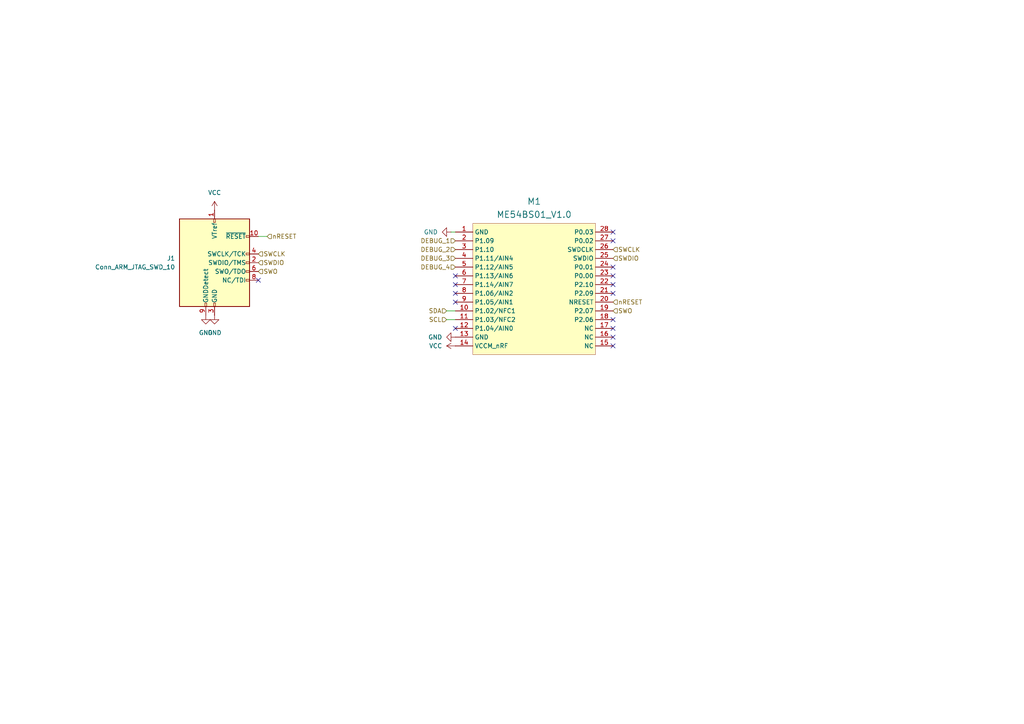
<source format=kicad_sch>
(kicad_sch (version 20250114) (generator "eeschema") (generator_version "9.0")
  (paper "A4")
  (title_block (title "FH07 BLE Node") (date "2026-02-04"))
  (lib_symbols
    (symbol "Connector:Conn_ARM_JTAG_SWD_10" (pin_names (offset 1.016))
      (property "Reference" "J" (at -2.54 16.51 0))
      (property "Value" "Conn_ARM_JTAG_SWD_10" (at -2.54 13.97 0))
      (symbol "Conn_ARM_JTAG_SWD_10_0_1"
        (rectangle (start -10.16 12.7) (end 10.16 -12.7) (stroke (width 0.254)) (fill (type background)))
        (rectangle (start -2.794 -12.7) (end -2.286 -11.684))
        (rectangle (start -0.254 12.7) (end 0.254 11.684))
        (rectangle (start -0.254 -12.7) (end 0.254 -11.684))
        (rectangle (start 9.144 2.286) (end 10.16 2.794))
        (rectangle (start 10.16 7.874) (end 9.144 7.366))
        (rectangle (start 10.16 -0.254) (end 9.144 0.254))
        (rectangle (start 10.16 -2.794) (end 9.144 -2.286))
      )
      (symbol "Conn_ARM_JTAG_SWD_10_1_1"
        (rectangle (start 9.144 -5.334) (end 10.16 -4.826))
        (pin no_connect line (at -10.16 0 0) (length 2.54) (hide yes) (name "KEY") (number "7"))
        (pin passive line (at -2.54 -15.24 90) (length 2.54) (name "GNDDetect") (number "9"))
        (pin power_in line (at 0 15.24 270) (length 2.54) (name "VTref") (number "1"))
        (pin power_in line (at 0 -15.24 90) (length 2.54) (name "GND") (number "3"))
        (pin passive line (at 0 -15.24 90) (length 2.54) (hide yes) (name "GND") (number "5"))
        (pin open_collector line (at 12.7 7.62 180) (length 2.54) (name "~{RESET}") (number "10"))
        (pin output line (at 12.7 2.54 180) (length 2.54) (name "SWCLK/TCK") (number "4"))
        (pin bidirectional line (at 12.7 0 180) (length 2.54) (name "SWDIO/TMS") (number "2"))
        (pin input line (at 12.7 -2.54 180) (length 2.54) (name "SWO/TDO") (number "6"))
        (pin output line (at 12.7 -5.08 180) (length 2.54) (name "NC/TDI") (number "8"))
      )
    )
    (symbol "ME54BS01-1Y15TI:ME54BS01_V1.0"
      (property "Reference" "M" (at 1.27 40.64 0))
      (property "Value" "ME54BS01_V1.0" (at 1.27 38.1 0))
      (symbol "ME54BS01_V1.0_1_0"
        (rectangle (start 35.56 38.1) (end 0 0) (stroke (width 0.0254) (color 128 0 0 1)) (fill (type background)))
        (pin passive line (at -5.08 35.56 0) (length 5.08) (name "GND") (number "1"))
        (pin passive line (at -5.08 33.02 0) (length 5.08) (name "P1.09") (number "2"))
        (pin passive line (at -5.08 30.48 0) (length 5.08) (name "P1.10") (number "3"))
        (pin passive line (at -5.08 27.94 0) (length 5.08) (name "P1.11/AIN4") (number "4"))
        (pin passive line (at -5.08 25.4 0) (length 5.08) (name "P1.12/AIN5") (number "5"))
        (pin passive line (at -5.08 22.86 0) (length 5.08) (name "P1.13/AIN6") (number "6"))
        (pin passive line (at -5.08 20.32 0) (length 5.08) (name "P1.14/AIN7") (number "7"))
        (pin passive line (at -5.08 17.78 0) (length 5.08) (name "P1.06/AIN2") (number "8"))
        (pin passive line (at -5.08 15.24 0) (length 5.08) (name "P1.05/AIN1") (number "9"))
        (pin passive line (at -5.08 12.7 0) (length 5.08) (name "P1.02/NFC1") (number "10"))
        (pin passive line (at -5.08 10.16 0) (length 5.08) (name "P1.03/NFC2") (number "11"))
        (pin passive line (at -5.08 7.62 0) (length 5.08) (name "P1.04/AIN0") (number "12"))
        (pin passive line (at -5.08 5.08 0) (length 5.08) (name "GND") (number "13"))
        (pin passive line (at -5.08 2.54 0) (length 5.08) (name "VCCM_nRF") (number "14"))
        (pin passive line (at 40.64 35.56 180) (length 5.08) (name "P0.03") (number "28"))
        (pin passive line (at 40.64 33.02 180) (length 5.08) (name "P0.02") (number "27"))
        (pin passive line (at 40.64 30.48 180) (length 5.08) (name "SWDCLK") (number "26"))
        (pin passive line (at 40.64 27.94 180) (length 5.08) (name "SWDIO") (number "25"))
        (pin passive line (at 40.64 25.4 180) (length 5.08) (name "P0.01") (number "24"))
        (pin passive line (at 40.64 22.86 180) (length 5.08) (name "P0.00") (number "23"))
        (pin passive line (at 40.64 20.32 180) (length 5.08) (name "P2.10") (number "22"))
        (pin passive line (at 40.64 17.78 180) (length 5.08) (name "P2.09") (number "21"))
        (pin passive line (at 40.64 15.24 180) (length 5.08) (name "NRESET") (number "20"))
        (pin passive line (at 40.64 12.7 180) (length 5.08) (name "P2.07") (number "19"))
        (pin passive line (at 40.64 10.16 180) (length 5.08) (name "P2.06") (number "18"))
        (pin passive line (at 40.64 7.62 180) (length 5.08) (name "NC") (number "17"))
        (pin passive line (at 40.64 5.08 180) (length 5.08) (name "NC") (number "16"))
        (pin passive line (at 40.64 2.54 180) (length 5.08) (name "NC") (number "15"))
      )
    )
    (symbol "power:GND" (power) (pin_numbers (hide yes)) (pin_names (offset 0) (hide yes))
      (property "Value" "GND" (at 0 -3.81 0))
      (symbol "GND_0_1"
        (polyline (pts (xy 0 0) (xy 0 -1.27) (xy 1.27 -1.27) (xy 0 -2.54) (xy -1.27 -1.27) (xy 0 -1.27)))
      )
      (symbol "GND_1_1"
        (pin power_in line (at 0 0 270) (length 0) (name "~") (number "1"))
      )
    )
    (symbol "power:VCC" (power) (pin_numbers (hide yes)) (pin_names (offset 0) (hide yes))
      (property "Value" "VCC" (at 0 3.556 0))
      (symbol "VCC_0_1"
        (polyline (pts (xy -0.762 1.27) (xy 0 2.54)))
        (polyline (pts (xy 0 2.54) (xy 0.762 1.27)))
        (polyline (pts (xy 0 0) (xy 0 2.54)))
      )
      (symbol "VCC_1_1"
        (pin power_in line (at 0 0 90) (length 0) (name "~") (number "1"))
      )
    )
  )
  (no_connect (at 177.8 67.31))
  (no_connect (at 132.08 87.63))
  (no_connect (at 177.8 97.79))
  (no_connect (at 74.93 81.28))
  (no_connect (at 177.8 82.55))
  (no_connect (at 177.8 85.09))
  (no_connect (at 177.8 92.71))
  (no_connect (at 132.08 82.55))
  (no_connect (at 177.8 95.25))
  (no_connect (at 132.08 95.25))
  (no_connect (at 177.8 100.33))
  (no_connect (at 177.8 80.01))
  (no_connect (at 177.8 69.85))
  (no_connect (at 132.08 80.01))
  (no_connect (at 177.8 77.47))
  (no_connect (at 132.08 85.09))
  (wire (pts (xy 77.47 68.58) (xy 74.93 68.58)))
  (wire (pts (xy 129.54 92.71) (xy 132.08 92.71)))
  (wire (pts (xy 129.54 90.17) (xy 132.08 90.17)))
  (wire (pts (xy 132.08 67.31) (xy 130.81 67.31)))
  (hierarchical_label "SDA" (shape input) (at 129.54 90.17 180))
  (hierarchical_label "SCL" (shape input) (at 129.54 92.71 180))
  (hierarchical_label "DEBUG_4" (shape input) (at 132.08 77.47 180))
  (hierarchical_label "SWO" (shape input) (at 74.93 78.74 0))
  (hierarchical_label "DEBUG_3" (shape input) (at 132.08 74.93 180))
  (hierarchical_label "nRESET" (shape input) (at 177.8 87.63 0))
  (hierarchical_label "SWCLK" (shape input) (at 74.93 73.66 0))
  (hierarchical_label "SWDIO" (shape input) (at 74.93 76.2 0))
  (hierarchical_label "DEBUG_2" (shape input) (at 132.08 72.39 180))
  (hierarchical_label "nRESET" (shape input) (at 77.47 68.58 0))
  (hierarchical_label "SWCLK" (shape input) (at 177.8 72.39 0))
  (hierarchical_label "DEBUG_1" (shape input) (at 132.08 69.85 180))
  (hierarchical_label "SWDIO" (shape input) (at 177.8 74.93 0))
  (hierarchical_label "SWO" (shape input) (at 177.8 90.17 0))
  (symbol (lib_id "Connector:Conn_ARM_JTAG_SWD_10") (at 62.23 76.2 0) (unit 1)
    (property "Reference" "J1" (at 50.8 74.9299 0) (effects (justify right)))
    (property "Value" "Conn_ARM_JTAG_SWD_10" (at 50.8 77.4699 0) (effects (justify right)))
    (property "Footprint" "Connector_PinHeader_1.27mm:PinHeader_2x05_P1.27mm_Vertical" (effects (hide yes)))
    (property "Datasheet" "http://infocenter.arm.com/help/topic/com.arm.doc.ddi0314h/DDI0314H_coresight_components_trm.pdf" (effects (hide yes)))
    (property "Description" "Cortex Debug Connector, standard ARM Cortex-M SWD and JTAG interface" (effects (hide yes)))
  )
  (symbol (lib_id "power:VCC") (at 132.08 100.33 90) (unit 1)
    (property "Reference" "#PWR06" (effects (hide yes)))
    (property "Value" "VCC" (at 128.27 100.3299 90) (effects (justify left)))
    (property "Description" "Power symbol creates a global label with name \"VCC\"" (effects (hide yes)))
  )
  (symbol (lib_id "power:GND") (at 62.23 91.44 0) (unit 1)
    (property "Reference" "#PWR08" (effects (hide yes)))
    (property "Value" "GND" (at 62.23 96.52 0))
    (property "Description" "Power symbol creates a global label with name \"GND\" , ground" (effects (hide yes)))
  )
  (symbol (lib_id "power:GND") (at 59.69 91.44 0) (unit 1)
    (property "Reference" "#PWR07" (effects (hide yes)))
    (property "Value" "GND" (at 59.69 96.52 0))
    (property "Description" "Power symbol creates a global label with name \"GND\" , ground" (effects (hide yes)))
  )
  (symbol (lib_id "ME54BS01-1Y15TI:ME54BS01_V1.0") (at 137.16 102.87 0) (unit 1)
    (property "Reference" "M1" (at 154.94 58.42 0) (effects (font (size 1.8288 1.8288))))
    (property "Value" "ME54BS01_V1.0" (at 154.94 62.23 0) (effects (font (size 1.8288 1.8288))))
    (property "Footprint" "ME54BS01-1Y15TI:ME54BS01_V1.0" (effects (hide yes)))
    (property "Description" "ME54BS01_GBR_V1.0，ME54BS01_V1.0，23.2*17.4*0.6mm，109.0*137.9*0.6mm，5*5 有工艺边，FR-4 双面板，1OZ，沉金，过孔塞孔工艺，黑油白字，全测" (effects (hide yes)))
  )
  (symbol (lib_id "power:VCC") (at 62.23 60.96 0) (unit 1)
    (property "Reference" "#PWR05" (effects (hide yes)))
    (property "Value" "VCC" (at 62.23 55.88 0))
    (property "Description" "Power symbol creates a global label with name \"VCC\"" (effects (hide yes)))
  )
  (symbol (lib_id "power:GND") (at 132.08 97.79 270) (unit 1)
    (property "Reference" "#PWR03" (effects (hide yes)))
    (property "Value" "GND" (at 128.27 97.7899 90) (effects (justify right)))
    (property "Description" "Power symbol creates a global label with name \"GND\" , ground" (effects (hide yes)))
  )
  (symbol (lib_id "power:GND") (at 130.81 67.31 270) (unit 1)
    (property "Reference" "#PWR04" (effects (hide yes)))
    (property "Value" "GND" (at 127 67.3099 90) (effects (justify right)))
    (property "Description" "Power symbol creates a global label with name \"GND\" , ground" (effects (hide yes)))
  )
)
</source>
